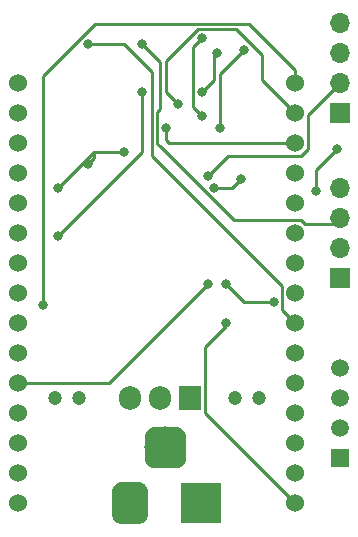
<source format=gbr>
G04 #@! TF.GenerationSoftware,KiCad,Pcbnew,5.1.3-ffb9f22~84~ubuntu16.04.1*
G04 #@! TF.CreationDate,2019-07-29T14:43:33+10:00*
G04 #@! TF.ProjectId,tankmon-pcb,74616e6b-6d6f-46e2-9d70-63622e6b6963,1a*
G04 #@! TF.SameCoordinates,Original*
G04 #@! TF.FileFunction,Copper,L1,Top*
G04 #@! TF.FilePolarity,Positive*
%FSLAX46Y46*%
G04 Gerber Fmt 4.6, Leading zero omitted, Abs format (unit mm)*
G04 Created by KiCad (PCBNEW 5.1.3-ffb9f22~84~ubuntu16.04.1) date 2019-07-29 14:43:33*
%MOMM*%
%LPD*%
G04 APERTURE LIST*
%ADD10C,1.524000*%
%ADD11O,1.905000X2.000000*%
%ADD12R,1.905000X2.000000*%
%ADD13C,1.500000*%
%ADD14R,1.500000X1.500000*%
%ADD15O,1.700000X1.700000*%
%ADD16R,1.700000X1.700000*%
%ADD17C,0.100000*%
%ADD18C,3.500000*%
%ADD19C,3.000000*%
%ADD20R,3.500000X3.500000*%
%ADD21C,1.200000*%
%ADD22C,0.800000*%
%ADD23C,0.250000*%
G04 APERTURE END LIST*
D10*
X132969000Y-84074000D03*
X132969000Y-86614000D03*
X132969000Y-89154000D03*
X132969000Y-91694000D03*
X132969000Y-94234000D03*
X132969000Y-96774000D03*
X132969000Y-99314000D03*
X132969000Y-101854000D03*
X132969000Y-104394000D03*
X132969000Y-106934000D03*
X132969000Y-109474000D03*
X132969000Y-112014000D03*
X132969000Y-114554000D03*
X132969000Y-117094000D03*
X132969000Y-119634000D03*
X156464000Y-119634000D03*
X156464000Y-117094000D03*
X156464000Y-114554000D03*
X156464000Y-112014000D03*
X156464000Y-109474000D03*
X156464000Y-106934000D03*
X156464000Y-104394000D03*
X156464000Y-101854000D03*
X156464000Y-99314000D03*
X156464000Y-96774000D03*
X156464000Y-94234000D03*
X156464000Y-91694000D03*
X156464000Y-89154000D03*
X156464000Y-86614000D03*
X156464000Y-84074000D03*
D11*
X142494000Y-110744000D03*
X145034000Y-110744000D03*
D12*
X147574000Y-110744000D03*
D13*
X160274000Y-108204000D03*
X160274000Y-110744000D03*
X160274000Y-113284000D03*
D14*
X160274000Y-115824000D03*
D15*
X160274000Y-92964000D03*
X160274000Y-95504000D03*
X160274000Y-98044000D03*
D16*
X160274000Y-100584000D03*
D15*
X160274000Y-78994000D03*
X160274000Y-81534000D03*
X160274000Y-84074000D03*
D16*
X160274000Y-86614000D03*
D17*
G36*
X146454765Y-113188213D02*
G01*
X146539704Y-113200813D01*
X146622999Y-113221677D01*
X146703848Y-113250605D01*
X146781472Y-113287319D01*
X146855124Y-113331464D01*
X146924094Y-113382616D01*
X146987718Y-113440282D01*
X147045384Y-113503906D01*
X147096536Y-113572876D01*
X147140681Y-113646528D01*
X147177395Y-113724152D01*
X147206323Y-113805001D01*
X147227187Y-113888296D01*
X147239787Y-113973235D01*
X147244000Y-114059000D01*
X147244000Y-115809000D01*
X147239787Y-115894765D01*
X147227187Y-115979704D01*
X147206323Y-116062999D01*
X147177395Y-116143848D01*
X147140681Y-116221472D01*
X147096536Y-116295124D01*
X147045384Y-116364094D01*
X146987718Y-116427718D01*
X146924094Y-116485384D01*
X146855124Y-116536536D01*
X146781472Y-116580681D01*
X146703848Y-116617395D01*
X146622999Y-116646323D01*
X146539704Y-116667187D01*
X146454765Y-116679787D01*
X146369000Y-116684000D01*
X144619000Y-116684000D01*
X144533235Y-116679787D01*
X144448296Y-116667187D01*
X144365001Y-116646323D01*
X144284152Y-116617395D01*
X144206528Y-116580681D01*
X144132876Y-116536536D01*
X144063906Y-116485384D01*
X144000282Y-116427718D01*
X143942616Y-116364094D01*
X143891464Y-116295124D01*
X143847319Y-116221472D01*
X143810605Y-116143848D01*
X143781677Y-116062999D01*
X143760813Y-115979704D01*
X143748213Y-115894765D01*
X143744000Y-115809000D01*
X143744000Y-114059000D01*
X143748213Y-113973235D01*
X143760813Y-113888296D01*
X143781677Y-113805001D01*
X143810605Y-113724152D01*
X143847319Y-113646528D01*
X143891464Y-113572876D01*
X143942616Y-113503906D01*
X144000282Y-113440282D01*
X144063906Y-113382616D01*
X144132876Y-113331464D01*
X144206528Y-113287319D01*
X144284152Y-113250605D01*
X144365001Y-113221677D01*
X144448296Y-113200813D01*
X144533235Y-113188213D01*
X144619000Y-113184000D01*
X146369000Y-113184000D01*
X146454765Y-113188213D01*
X146454765Y-113188213D01*
G37*
D18*
X145494000Y-114934000D03*
D17*
G36*
X143317513Y-117887611D02*
G01*
X143390318Y-117898411D01*
X143461714Y-117916295D01*
X143531013Y-117941090D01*
X143597548Y-117972559D01*
X143660678Y-118010398D01*
X143719795Y-118054242D01*
X143774330Y-118103670D01*
X143823758Y-118158205D01*
X143867602Y-118217322D01*
X143905441Y-118280452D01*
X143936910Y-118346987D01*
X143961705Y-118416286D01*
X143979589Y-118487682D01*
X143990389Y-118560487D01*
X143994000Y-118634000D01*
X143994000Y-120634000D01*
X143990389Y-120707513D01*
X143979589Y-120780318D01*
X143961705Y-120851714D01*
X143936910Y-120921013D01*
X143905441Y-120987548D01*
X143867602Y-121050678D01*
X143823758Y-121109795D01*
X143774330Y-121164330D01*
X143719795Y-121213758D01*
X143660678Y-121257602D01*
X143597548Y-121295441D01*
X143531013Y-121326910D01*
X143461714Y-121351705D01*
X143390318Y-121369589D01*
X143317513Y-121380389D01*
X143244000Y-121384000D01*
X141744000Y-121384000D01*
X141670487Y-121380389D01*
X141597682Y-121369589D01*
X141526286Y-121351705D01*
X141456987Y-121326910D01*
X141390452Y-121295441D01*
X141327322Y-121257602D01*
X141268205Y-121213758D01*
X141213670Y-121164330D01*
X141164242Y-121109795D01*
X141120398Y-121050678D01*
X141082559Y-120987548D01*
X141051090Y-120921013D01*
X141026295Y-120851714D01*
X141008411Y-120780318D01*
X140997611Y-120707513D01*
X140994000Y-120634000D01*
X140994000Y-118634000D01*
X140997611Y-118560487D01*
X141008411Y-118487682D01*
X141026295Y-118416286D01*
X141051090Y-118346987D01*
X141082559Y-118280452D01*
X141120398Y-118217322D01*
X141164242Y-118158205D01*
X141213670Y-118103670D01*
X141268205Y-118054242D01*
X141327322Y-118010398D01*
X141390452Y-117972559D01*
X141456987Y-117941090D01*
X141526286Y-117916295D01*
X141597682Y-117898411D01*
X141670487Y-117887611D01*
X141744000Y-117884000D01*
X143244000Y-117884000D01*
X143317513Y-117887611D01*
X143317513Y-117887611D01*
G37*
D19*
X142494000Y-119634000D03*
D20*
X148494000Y-119634000D03*
D21*
X138144000Y-110744000D03*
X136144000Y-110744000D03*
X153384000Y-110744000D03*
X151384000Y-110744000D03*
D22*
X152146000Y-81280000D03*
X150114000Y-87884000D03*
X136398000Y-92964000D03*
X141986000Y-89916000D03*
X149098000Y-91948000D03*
X138938000Y-90932000D03*
X143510000Y-80772000D03*
X136398000Y-97028000D03*
X143510000Y-84836000D03*
X148590000Y-84836000D03*
X149860000Y-81534000D03*
X160020000Y-89662000D03*
X158242000Y-93218000D03*
X146558000Y-85852000D03*
X150622000Y-104394000D03*
X145542000Y-87884000D03*
X138938000Y-80772000D03*
X148590000Y-80264000D03*
X148590000Y-86868000D03*
X150622000Y-101092000D03*
X154651999Y-102616000D03*
X151892000Y-92202000D03*
X149606000Y-92964000D03*
X149098000Y-101092000D03*
X135128000Y-102870000D03*
D23*
X150114000Y-83312000D02*
X150114000Y-87884000D01*
X152146000Y-81280000D02*
X150114000Y-83312000D01*
X139446000Y-89916000D02*
X141986000Y-89916000D01*
X136398000Y-92964000D02*
X139446000Y-89916000D01*
X150804999Y-90241001D02*
X149098000Y-91948000D01*
X160274000Y-84074000D02*
X157551001Y-86796999D01*
X157551001Y-86796999D02*
X157551001Y-89675761D01*
X157551001Y-89675761D02*
X156985761Y-90241001D01*
X156985761Y-90241001D02*
X150804999Y-90241001D01*
X139446000Y-90424000D02*
X139446000Y-89916000D01*
X138938000Y-90932000D02*
X139446000Y-90424000D01*
X157310762Y-96012000D02*
X159766000Y-96012000D01*
X156985761Y-95686999D02*
X157310762Y-96012000D01*
X159766000Y-96012000D02*
X160274000Y-95504000D01*
X151255997Y-95686999D02*
X156985761Y-95686999D01*
X143510000Y-80772000D02*
X145034000Y-82296000D01*
X144816999Y-86519999D02*
X144816999Y-89248001D01*
X145034000Y-86302998D02*
X144816999Y-86519999D01*
X145034000Y-82296000D02*
X145034000Y-86302998D01*
X144816999Y-89248001D02*
X145005499Y-89436501D01*
X145005499Y-89436501D02*
X151255997Y-95686999D01*
X143510000Y-89916000D02*
X143510000Y-84836000D01*
X136398000Y-97028000D02*
X143510000Y-89916000D01*
X149606000Y-83820000D02*
X148590000Y-84836000D01*
X149606000Y-81788000D02*
X149606000Y-83820000D01*
X158242000Y-91440000D02*
X158242000Y-93218000D01*
X160020000Y-89662000D02*
X158242000Y-91440000D01*
X149860000Y-81534000D02*
X149606000Y-81788000D01*
X146558000Y-85852000D02*
X145542000Y-84836000D01*
X153670000Y-83820000D02*
X156464000Y-86614000D01*
X153670000Y-81730998D02*
X153670000Y-83820000D01*
X151478001Y-79538999D02*
X153670000Y-81730998D01*
X145542000Y-84836000D02*
X145542000Y-82238998D01*
X145542000Y-82238998D02*
X148241999Y-79538999D01*
X148241999Y-79538999D02*
X151478001Y-79538999D01*
X148851501Y-112021501D02*
X148851501Y-106418499D01*
X156464000Y-119634000D02*
X148851501Y-112021501D01*
X150622000Y-104648000D02*
X150622000Y-104394000D01*
X148851501Y-106418499D02*
X150622000Y-104648000D01*
X145796000Y-89154000D02*
X156464000Y-89154000D01*
X145796000Y-89154000D02*
X145542000Y-88900000D01*
X145542000Y-88900000D02*
X145542000Y-87884000D01*
X138938000Y-80772000D02*
X141986000Y-80772000D01*
X144366989Y-83152989D02*
X144366989Y-90264989D01*
X141986000Y-80772000D02*
X144366989Y-83152989D01*
X155702001Y-103632001D02*
X156464000Y-104394000D01*
X155376999Y-101274999D02*
X155376999Y-103306999D01*
X155376999Y-103306999D02*
X155702001Y-103632001D01*
X144366989Y-90264989D02*
X155376999Y-101274999D01*
X147864999Y-86142999D02*
X148590000Y-86868000D01*
X147864999Y-80989001D02*
X147864999Y-86142999D01*
X148590000Y-80264000D02*
X147864999Y-80989001D01*
X152146000Y-102616000D02*
X154651999Y-102616000D01*
X150622000Y-101092000D02*
X152146000Y-102616000D01*
X151130000Y-92964000D02*
X149606000Y-92964000D01*
X151892000Y-92202000D02*
X151130000Y-92964000D01*
X140716000Y-109474000D02*
X132969000Y-109474000D01*
X149098000Y-101092000D02*
X140716000Y-109474000D01*
X156464000Y-82996370D02*
X156464000Y-84074000D01*
X152556620Y-79088990D02*
X156464000Y-82996370D01*
X139548008Y-79088990D02*
X152556620Y-79088990D01*
X135128000Y-83508998D02*
X139548008Y-79088990D01*
X135128000Y-102870000D02*
X135128000Y-83508998D01*
M02*

</source>
